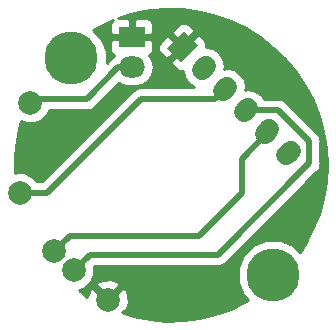
<source format=gbr>
G04 #@! TF.GenerationSoftware,KiCad,Pcbnew,5.0.2-bee76a0~70~ubuntu18.04.1*
G04 #@! TF.CreationDate,2019-06-02T17:18:19-04:00*
G04 #@! TF.ProjectId,AiLight Flasher,41694c69-6768-4742-9046-6c6173686572,rev?*
G04 #@! TF.SameCoordinates,PX5204180PY6cb8080*
G04 #@! TF.FileFunction,Copper,L2,Bot*
G04 #@! TF.FilePolarity,Positive*
%FSLAX46Y46*%
G04 Gerber Fmt 4.6, Leading zero omitted, Abs format (unit mm)*
G04 Created by KiCad (PCBNEW 5.0.2-bee76a0~70~ubuntu18.04.1) date Sun 02 Jun 2019 05:18:19 PM EDT*
%MOMM*%
%LPD*%
G01*
G04 APERTURE LIST*
G04 #@! TA.AperFunction,ComponentPad*
%ADD10C,2.000000*%
G04 #@! TD*
G04 #@! TA.AperFunction,ComponentPad*
%ADD11C,4.500880*%
G04 #@! TD*
G04 #@! TA.AperFunction,ComponentPad*
%ADD12C,1.700000*%
G04 #@! TD*
G04 #@! TA.AperFunction,Conductor*
%ADD13C,0.050000*%
G04 #@! TD*
G04 #@! TA.AperFunction,Conductor*
%ADD14C,1.700000*%
G04 #@! TD*
G04 #@! TA.AperFunction,ComponentPad*
%ADD15O,2.200000X1.800000*%
G04 #@! TD*
G04 #@! TA.AperFunction,ComponentPad*
%ADD16R,2.200000X1.800000*%
G04 #@! TD*
G04 #@! TA.AperFunction,Conductor*
%ADD17C,0.500000*%
G04 #@! TD*
G04 #@! TA.AperFunction,Conductor*
%ADD18C,0.254000*%
G04 #@! TD*
G04 APERTURE END LIST*
D10*
G04 #@! TO.P,J1,1*
G04 #@! TO.N,GND*
X8690000Y2560000D03*
G04 #@! TD*
G04 #@! TO.P,J2,1*
G04 #@! TO.N,Net-(J2-Pad1)*
X2130000Y19260000D03*
G04 #@! TD*
G04 #@! TO.P,J3,1*
G04 #@! TO.N,3V3*
X1230000Y11630000D03*
G04 #@! TD*
G04 #@! TO.P,J4,1*
G04 #@! TO.N,aRX*
X5810000Y5070000D03*
G04 #@! TD*
G04 #@! TO.P,J5,1*
G04 #@! TO.N,aTX*
X4160000Y6720000D03*
G04 #@! TD*
D11*
G04 #@! TO.P,H1,1*
G04 #@! TO.N,N/C*
X5600000Y23040000D03*
G04 #@! TD*
G04 #@! TO.P,H2,1*
G04 #@! TO.N,N/C*
X22670000Y4690000D03*
G04 #@! TD*
D12*
G04 #@! TO.P,J6,1*
G04 #@! TO.N,GND*
X15000000Y24000000D03*
D13*
G04 #@! TD*
G04 #@! TO.N,GND*
G04 #@! TO.C,J6*
G36*
X14893934Y22691852D02*
X13691852Y23893934D01*
X15106066Y25308148D01*
X16308148Y24106066D01*
X14893934Y22691852D01*
X14893934Y22691852D01*
G37*
D12*
G04 #@! TO.P,J6,2*
G04 #@! TO.N,Net-(J6-Pad2)*
X16796051Y22203949D03*
D14*
G04 #@! TD*
G04 #@! TO.N,Net-(J6-Pad2)*
G04 #@! TO.C,J6*
X16619274Y22027172D02*
X16972828Y22380726D01*
D12*
G04 #@! TO.P,J6,3*
G04 #@! TO.N,3V3*
X18592102Y20407898D03*
D14*
G04 #@! TD*
G04 #@! TO.N,3V3*
G04 #@! TO.C,J6*
X18415325Y20231121D02*
X18768879Y20584675D01*
D12*
G04 #@! TO.P,J6,4*
G04 #@! TO.N,aRX*
X20388154Y18611846D03*
D14*
G04 #@! TD*
G04 #@! TO.N,aRX*
G04 #@! TO.C,J6*
X20211377Y18435069D02*
X20564931Y18788623D01*
D12*
G04 #@! TO.P,J6,5*
G04 #@! TO.N,aTX*
X22184205Y16815795D03*
D14*
G04 #@! TD*
G04 #@! TO.N,aTX*
G04 #@! TO.C,J6*
X22007428Y16639018D02*
X22360982Y16992572D01*
D12*
G04 #@! TO.P,J6,6*
G04 #@! TO.N,Net-(J6-Pad6)*
X23980256Y15019744D03*
D14*
G04 #@! TD*
G04 #@! TO.N,Net-(J6-Pad6)*
G04 #@! TO.C,J6*
X23803479Y14842967D02*
X24157033Y15196521D01*
D15*
G04 #@! TO.P,JP1,2*
G04 #@! TO.N,Net-(J2-Pad1)*
X10700000Y22260000D03*
D16*
G04 #@! TO.P,JP1,1*
G04 #@! TO.N,GND*
X10700000Y24800000D03*
G04 #@! TD*
D17*
G04 #@! TO.N,Net-(J2-Pad1)*
X9560000Y22260000D02*
X10700000Y22260000D01*
X6900000Y19600000D02*
X9560000Y22260000D01*
X2130000Y19260000D02*
X2470000Y19600000D01*
X2470000Y19600000D02*
X6900000Y19600000D01*
G04 #@! TO.N,3V3*
X17784204Y19600000D02*
X18592102Y20407898D01*
X11500000Y19600000D02*
X17784204Y19600000D01*
X1230000Y11630000D02*
X3530000Y11630000D01*
X3530000Y11630000D02*
X11500000Y19600000D01*
G04 #@! TO.N,aRX*
X7140000Y6400000D02*
X17982000Y6400000D01*
X17982000Y6400000D02*
X25700000Y14118000D01*
X21590235Y18611846D02*
X20388154Y18611846D01*
X25700000Y16000000D02*
X23088154Y18611846D01*
X25700000Y14118000D02*
X25700000Y16000000D01*
X5810000Y5070000D02*
X7140000Y6400000D01*
X23088154Y18611846D02*
X21590235Y18611846D01*
G04 #@! TO.N,aTX*
X20000000Y14514000D02*
X22184205Y16698205D01*
X20000000Y11593000D02*
X20000000Y14514000D01*
X22184205Y16698205D02*
X22184205Y16815795D01*
X16407000Y8000000D02*
X20000000Y11593000D01*
X4160000Y6720000D02*
X5440000Y8000000D01*
X5440000Y8000000D02*
X16407000Y8000000D01*
G04 #@! TD*
D18*
G04 #@! TO.N,GND*
G36*
X15058465Y27155488D02*
X16450428Y26968524D01*
X17814642Y26634703D01*
X19135658Y26157805D01*
X20398517Y25543231D01*
X21588919Y24797940D01*
X22693383Y23930372D01*
X23699403Y22950351D01*
X24595585Y21868976D01*
X25371782Y20698491D01*
X26019203Y19452152D01*
X26530517Y18144072D01*
X26899935Y16789065D01*
X27123272Y15402473D01*
X27198000Y14000000D01*
X27197980Y13976965D01*
X27120804Y12574625D01*
X26895047Y11188425D01*
X26523266Y9834064D01*
X26009669Y8526879D01*
X25360073Y7281671D01*
X24932059Y6638676D01*
X24356584Y7214151D01*
X23262250Y7667440D01*
X22077750Y7667440D01*
X20983416Y7214151D01*
X20145849Y6376584D01*
X19692560Y5282250D01*
X19692560Y4097750D01*
X20145849Y3003416D01*
X20578702Y2570563D01*
X20378361Y2445619D01*
X19114431Y1833250D01*
X17792584Y1358659D01*
X16427790Y1027219D01*
X15035503Y842685D01*
X13631490Y807146D01*
X12231650Y921004D01*
X10851835Y1182970D01*
X10044242Y1427566D01*
X10055669Y1438993D01*
X9922191Y1572471D01*
X10209340Y1669975D01*
X10434285Y2319150D01*
X10393678Y3004993D01*
X10209340Y3450025D01*
X9922189Y3547530D01*
X8934659Y2560000D01*
X8948801Y2545858D01*
X8704142Y2301199D01*
X8690000Y2315341D01*
X8675858Y2301199D01*
X8431199Y2545858D01*
X8445341Y2560000D01*
X7457811Y3547530D01*
X7170660Y3450025D01*
X6958981Y2839134D01*
X6210098Y3366434D01*
X6788267Y3605920D01*
X6974536Y3792189D01*
X7702470Y3792189D01*
X8690000Y2804659D01*
X9677530Y3792189D01*
X9580025Y4079340D01*
X8930850Y4304285D01*
X8245007Y4263678D01*
X7799975Y4079340D01*
X7702470Y3792189D01*
X6974536Y3792189D01*
X7274080Y4091733D01*
X7537000Y4726478D01*
X7537000Y5413522D01*
X7536475Y5414789D01*
X7544687Y5423000D01*
X17885782Y5423000D01*
X17982000Y5403861D01*
X18078218Y5423000D01*
X18078223Y5423000D01*
X18363206Y5479687D01*
X18686377Y5695623D01*
X18740883Y5777197D01*
X26322806Y13359119D01*
X26404377Y13413623D01*
X26458881Y13495194D01*
X26458883Y13495196D01*
X26620312Y13736793D01*
X26620313Y13736794D01*
X26677000Y14021777D01*
X26677000Y14021781D01*
X26696139Y14117999D01*
X26677000Y14214217D01*
X26677000Y15903783D01*
X26696139Y16000001D01*
X26677000Y16096219D01*
X26677000Y16096223D01*
X26620313Y16381206D01*
X26565949Y16462567D01*
X26458883Y16622804D01*
X26458881Y16622806D01*
X26404377Y16704377D01*
X26322806Y16758881D01*
X23847037Y19234649D01*
X23792531Y19316223D01*
X23469360Y19532159D01*
X23184377Y19588846D01*
X23184372Y19588846D01*
X23088154Y19607985D01*
X22991936Y19588846D01*
X21926880Y19588846D01*
X21701884Y19925576D01*
X21180245Y20274124D01*
X20564931Y20396517D01*
X20330053Y20349797D01*
X20376773Y20584675D01*
X20254380Y21199989D01*
X19905832Y21721628D01*
X19384193Y22070176D01*
X18768879Y22192569D01*
X18534002Y22145849D01*
X18580722Y22380726D01*
X18458329Y22996040D01*
X18109781Y23517679D01*
X17588142Y23866227D01*
X17035147Y23976224D01*
X17035148Y24250675D01*
X16924469Y24517878D01*
X16472020Y24970327D01*
X16214986Y24970327D01*
X15244659Y24000000D01*
X15258801Y23985858D01*
X15014142Y23741199D01*
X15000000Y23755341D01*
X14029673Y22785014D01*
X14029673Y22527980D01*
X14482122Y22075531D01*
X14749325Y21964852D01*
X15023776Y21964853D01*
X15133773Y21411858D01*
X15482321Y20890219D01*
X15951086Y20577000D01*
X11596217Y20577000D01*
X11499999Y20596139D01*
X11403781Y20577000D01*
X11403777Y20577000D01*
X11118794Y20520313D01*
X11037433Y20465949D01*
X10877196Y20358883D01*
X10877194Y20358881D01*
X10795623Y20304377D01*
X10741119Y20222806D01*
X3125314Y12607000D01*
X2694605Y12607000D01*
X2694080Y12608267D01*
X2208267Y13094080D01*
X1573522Y13357000D01*
X886478Y13357000D01*
X820105Y13329507D01*
X821313Y14713732D01*
X971776Y16110112D01*
X1269771Y17482597D01*
X1346884Y17715086D01*
X1786478Y17533000D01*
X2473522Y17533000D01*
X3108267Y17795920D01*
X3594080Y18281733D01*
X3735437Y18623000D01*
X6803782Y18623000D01*
X6900000Y18603861D01*
X6996218Y18623000D01*
X6996223Y18623000D01*
X7281206Y18679687D01*
X7604377Y18895623D01*
X7658883Y18977197D01*
X9591771Y20910084D01*
X9865176Y20727400D01*
X10339758Y20633000D01*
X11060242Y20633000D01*
X11534824Y20727400D01*
X12073001Y21086999D01*
X12432600Y21625176D01*
X12558874Y22260000D01*
X12432600Y22894824D01*
X12181237Y23271014D01*
X12211812Y23283679D01*
X12416321Y23488187D01*
X12524487Y23749325D01*
X12964852Y23749325D01*
X13075531Y23482122D01*
X13527980Y23029673D01*
X13785014Y23029673D01*
X14755341Y24000000D01*
X13891080Y24864261D01*
X13634046Y24864261D01*
X13075532Y24305747D01*
X12964853Y24038544D01*
X12964852Y23749325D01*
X12524487Y23749325D01*
X12527000Y23755390D01*
X12527000Y24445250D01*
X12345250Y24627000D01*
X10873000Y24627000D01*
X10873000Y24607000D01*
X10527000Y24607000D01*
X10527000Y24627000D01*
X9054750Y24627000D01*
X8873000Y24445250D01*
X8873000Y23755390D01*
X8983679Y23488187D01*
X9188188Y23283679D01*
X9218763Y23271014D01*
X9141514Y23155403D01*
X9112084Y23135739D01*
X8937196Y23018883D01*
X8937194Y23018881D01*
X8855623Y22964377D01*
X8801119Y22882806D01*
X8577440Y22659127D01*
X8577440Y23632250D01*
X8124151Y24726584D01*
X7425958Y25424777D01*
X8235090Y25872364D01*
X9115024Y26243158D01*
X8983679Y26111813D01*
X8873000Y25844610D01*
X8873000Y25154750D01*
X9054750Y24973000D01*
X10527000Y24973000D01*
X10527000Y26245250D01*
X10873000Y26245250D01*
X10873000Y24973000D01*
X12345250Y24973000D01*
X12527000Y25154750D01*
X12527000Y25365954D01*
X14135739Y25365954D01*
X14135739Y25108920D01*
X15000000Y24244659D01*
X15970327Y25214986D01*
X15970327Y25472020D01*
X15517878Y25924469D01*
X15250675Y26035148D01*
X14961456Y26035147D01*
X14694253Y25924468D01*
X14135739Y25365954D01*
X12527000Y25365954D01*
X12527000Y25844610D01*
X12416321Y26111813D01*
X12211812Y26316321D01*
X11944609Y26427000D01*
X11054750Y26427000D01*
X10873000Y26245250D01*
X10527000Y26245250D01*
X10345250Y26427000D01*
X9560091Y26427000D01*
X10874210Y26822505D01*
X12254480Y27082063D01*
X13654517Y27193477D01*
X15058465Y27155488D01*
X15058465Y27155488D01*
G37*
X15058465Y27155488D02*
X16450428Y26968524D01*
X17814642Y26634703D01*
X19135658Y26157805D01*
X20398517Y25543231D01*
X21588919Y24797940D01*
X22693383Y23930372D01*
X23699403Y22950351D01*
X24595585Y21868976D01*
X25371782Y20698491D01*
X26019203Y19452152D01*
X26530517Y18144072D01*
X26899935Y16789065D01*
X27123272Y15402473D01*
X27198000Y14000000D01*
X27197980Y13976965D01*
X27120804Y12574625D01*
X26895047Y11188425D01*
X26523266Y9834064D01*
X26009669Y8526879D01*
X25360073Y7281671D01*
X24932059Y6638676D01*
X24356584Y7214151D01*
X23262250Y7667440D01*
X22077750Y7667440D01*
X20983416Y7214151D01*
X20145849Y6376584D01*
X19692560Y5282250D01*
X19692560Y4097750D01*
X20145849Y3003416D01*
X20578702Y2570563D01*
X20378361Y2445619D01*
X19114431Y1833250D01*
X17792584Y1358659D01*
X16427790Y1027219D01*
X15035503Y842685D01*
X13631490Y807146D01*
X12231650Y921004D01*
X10851835Y1182970D01*
X10044242Y1427566D01*
X10055669Y1438993D01*
X9922191Y1572471D01*
X10209340Y1669975D01*
X10434285Y2319150D01*
X10393678Y3004993D01*
X10209340Y3450025D01*
X9922189Y3547530D01*
X8934659Y2560000D01*
X8948801Y2545858D01*
X8704142Y2301199D01*
X8690000Y2315341D01*
X8675858Y2301199D01*
X8431199Y2545858D01*
X8445341Y2560000D01*
X7457811Y3547530D01*
X7170660Y3450025D01*
X6958981Y2839134D01*
X6210098Y3366434D01*
X6788267Y3605920D01*
X6974536Y3792189D01*
X7702470Y3792189D01*
X8690000Y2804659D01*
X9677530Y3792189D01*
X9580025Y4079340D01*
X8930850Y4304285D01*
X8245007Y4263678D01*
X7799975Y4079340D01*
X7702470Y3792189D01*
X6974536Y3792189D01*
X7274080Y4091733D01*
X7537000Y4726478D01*
X7537000Y5413522D01*
X7536475Y5414789D01*
X7544687Y5423000D01*
X17885782Y5423000D01*
X17982000Y5403861D01*
X18078218Y5423000D01*
X18078223Y5423000D01*
X18363206Y5479687D01*
X18686377Y5695623D01*
X18740883Y5777197D01*
X26322806Y13359119D01*
X26404377Y13413623D01*
X26458881Y13495194D01*
X26458883Y13495196D01*
X26620312Y13736793D01*
X26620313Y13736794D01*
X26677000Y14021777D01*
X26677000Y14021781D01*
X26696139Y14117999D01*
X26677000Y14214217D01*
X26677000Y15903783D01*
X26696139Y16000001D01*
X26677000Y16096219D01*
X26677000Y16096223D01*
X26620313Y16381206D01*
X26565949Y16462567D01*
X26458883Y16622804D01*
X26458881Y16622806D01*
X26404377Y16704377D01*
X26322806Y16758881D01*
X23847037Y19234649D01*
X23792531Y19316223D01*
X23469360Y19532159D01*
X23184377Y19588846D01*
X23184372Y19588846D01*
X23088154Y19607985D01*
X22991936Y19588846D01*
X21926880Y19588846D01*
X21701884Y19925576D01*
X21180245Y20274124D01*
X20564931Y20396517D01*
X20330053Y20349797D01*
X20376773Y20584675D01*
X20254380Y21199989D01*
X19905832Y21721628D01*
X19384193Y22070176D01*
X18768879Y22192569D01*
X18534002Y22145849D01*
X18580722Y22380726D01*
X18458329Y22996040D01*
X18109781Y23517679D01*
X17588142Y23866227D01*
X17035147Y23976224D01*
X17035148Y24250675D01*
X16924469Y24517878D01*
X16472020Y24970327D01*
X16214986Y24970327D01*
X15244659Y24000000D01*
X15258801Y23985858D01*
X15014142Y23741199D01*
X15000000Y23755341D01*
X14029673Y22785014D01*
X14029673Y22527980D01*
X14482122Y22075531D01*
X14749325Y21964852D01*
X15023776Y21964853D01*
X15133773Y21411858D01*
X15482321Y20890219D01*
X15951086Y20577000D01*
X11596217Y20577000D01*
X11499999Y20596139D01*
X11403781Y20577000D01*
X11403777Y20577000D01*
X11118794Y20520313D01*
X11037433Y20465949D01*
X10877196Y20358883D01*
X10877194Y20358881D01*
X10795623Y20304377D01*
X10741119Y20222806D01*
X3125314Y12607000D01*
X2694605Y12607000D01*
X2694080Y12608267D01*
X2208267Y13094080D01*
X1573522Y13357000D01*
X886478Y13357000D01*
X820105Y13329507D01*
X821313Y14713732D01*
X971776Y16110112D01*
X1269771Y17482597D01*
X1346884Y17715086D01*
X1786478Y17533000D01*
X2473522Y17533000D01*
X3108267Y17795920D01*
X3594080Y18281733D01*
X3735437Y18623000D01*
X6803782Y18623000D01*
X6900000Y18603861D01*
X6996218Y18623000D01*
X6996223Y18623000D01*
X7281206Y18679687D01*
X7604377Y18895623D01*
X7658883Y18977197D01*
X9591771Y20910084D01*
X9865176Y20727400D01*
X10339758Y20633000D01*
X11060242Y20633000D01*
X11534824Y20727400D01*
X12073001Y21086999D01*
X12432600Y21625176D01*
X12558874Y22260000D01*
X12432600Y22894824D01*
X12181237Y23271014D01*
X12211812Y23283679D01*
X12416321Y23488187D01*
X12524487Y23749325D01*
X12964852Y23749325D01*
X13075531Y23482122D01*
X13527980Y23029673D01*
X13785014Y23029673D01*
X14755341Y24000000D01*
X13891080Y24864261D01*
X13634046Y24864261D01*
X13075532Y24305747D01*
X12964853Y24038544D01*
X12964852Y23749325D01*
X12524487Y23749325D01*
X12527000Y23755390D01*
X12527000Y24445250D01*
X12345250Y24627000D01*
X10873000Y24627000D01*
X10873000Y24607000D01*
X10527000Y24607000D01*
X10527000Y24627000D01*
X9054750Y24627000D01*
X8873000Y24445250D01*
X8873000Y23755390D01*
X8983679Y23488187D01*
X9188188Y23283679D01*
X9218763Y23271014D01*
X9141514Y23155403D01*
X9112084Y23135739D01*
X8937196Y23018883D01*
X8937194Y23018881D01*
X8855623Y22964377D01*
X8801119Y22882806D01*
X8577440Y22659127D01*
X8577440Y23632250D01*
X8124151Y24726584D01*
X7425958Y25424777D01*
X8235090Y25872364D01*
X9115024Y26243158D01*
X8983679Y26111813D01*
X8873000Y25844610D01*
X8873000Y25154750D01*
X9054750Y24973000D01*
X10527000Y24973000D01*
X10527000Y26245250D01*
X10873000Y26245250D01*
X10873000Y24973000D01*
X12345250Y24973000D01*
X12527000Y25154750D01*
X12527000Y25365954D01*
X14135739Y25365954D01*
X14135739Y25108920D01*
X15000000Y24244659D01*
X15970327Y25214986D01*
X15970327Y25472020D01*
X15517878Y25924469D01*
X15250675Y26035148D01*
X14961456Y26035147D01*
X14694253Y25924468D01*
X14135739Y25365954D01*
X12527000Y25365954D01*
X12527000Y25844610D01*
X12416321Y26111813D01*
X12211812Y26316321D01*
X11944609Y26427000D01*
X11054750Y26427000D01*
X10873000Y26245250D01*
X10527000Y26245250D01*
X10345250Y26427000D01*
X9560091Y26427000D01*
X10874210Y26822505D01*
X12254480Y27082063D01*
X13654517Y27193477D01*
X15058465Y27155488D01*
G04 #@! TD*
M02*

</source>
